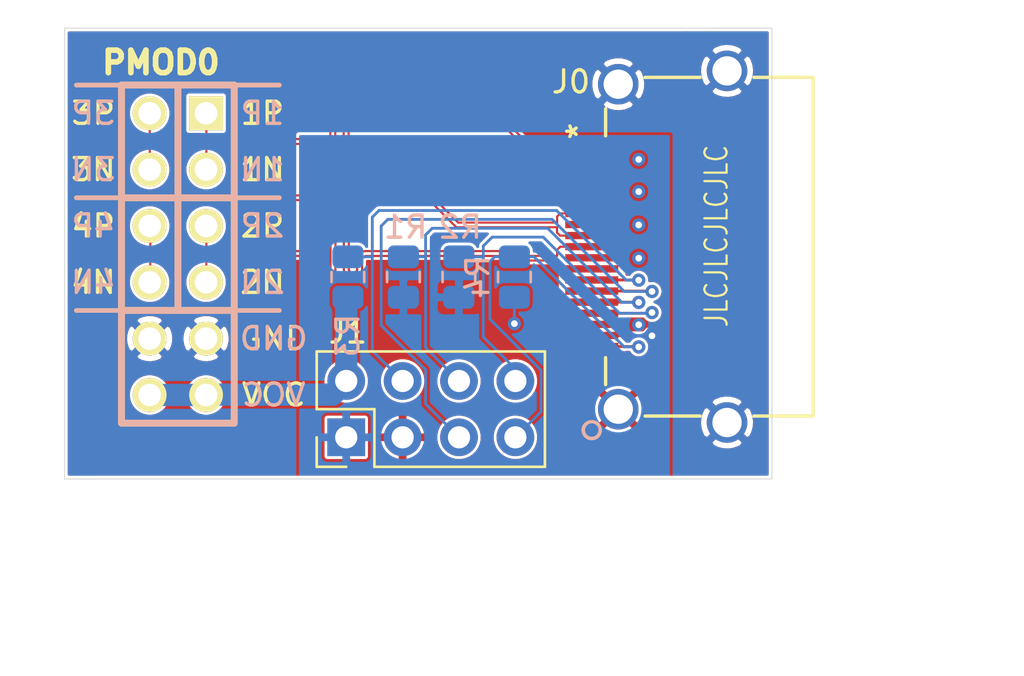
<source format=kicad_pcb>
(kicad_pcb (version 20171130) (host pcbnew 5.1.9)
  (layers (0 Front signal) (1 In1.Cu signal) (2 In2.Cu signal) (31 Back signal) (34 B.Paste user) (35 F.Paste user) (36 B.SilkS user) (37 F.SilkS user) (38 B.Mask user) (39 F.Mask user) (44 Edge.Cuts user))
  (net 0 "")
  (net 1 /TMDS_R+)
  (net 2 GND)
  (net 3 /TMDS_R-)
  (net 4 /TMDS_G+)
  (net 5 /TMDS_G-)
  (net 6 /TMDS_B+)
  (net 7 /TMDS_B-)
  (net 8 /TMDS_CLK+)
  (net 9 /TMDS_CLK-)
  (net 10 /CEC)
  (net 11 /HEAC+)
  (net 12 /SCL)
  (net 13 /SDA)
  (net 14 +5V)
  (net 15 /HEAC-)
  (net 16 +3V3)
  (module Connector_PinHeader_2.54mm:PinHeader_2x04_P2.54mm_Vertical (layer Front) (at 97.525 82.325 90)
    (fp_text reference J1 (at 4.75 0.075 180) (layer F.SilkS))
    (fp_text value Conn_02x04_Counter_Clockwise)
    (pad 1 thru_hole rect (at 0 0 90) (size 1.7 1.7) (drill 1) (layers *.Cu *.Mask) (net 14 +5V))
    (pad 2 thru_hole oval (at 2.54 0 90) (size 1.7 1.7) (drill 1) (layers *.Cu *.Mask) (net 16 +3V3))
    (pad 3 thru_hole oval (at 0 2.54 90) (size 1.7 1.7) (drill 1) (layers *.Cu *.Mask) (net 2 GND))
    (pad 4 thru_hole oval (at 2.54 2.54 90) (size 1.7 1.7) (drill 1) (layers *.Cu *.Mask) (net 10 /CEC))
    (pad 5 thru_hole oval (at 0 5.08 90) (size 1.7 1.7) (drill 1) (layers *.Cu *.Mask) (net 11 /HEAC+))
    (pad 6 thru_hole oval (at 2.54 5.08 90) (size 1.7 1.7) (drill 1) (layers *.Cu *.Mask) (net 12 /SCL))
    (pad 7 thru_hole oval (at 0 7.62 90) (size 1.7 1.7) (drill 1) (layers *.Cu *.Mask) (net 15 /HEAC-))
    (pad 8 thru_hole oval (at 2.54 7.62 90) (size 1.7 1.7) (drill 1) (layers *.Cu *.Mask) (net 13 /SDA))
  )
  (module PMOD:pmod_pin_array_6x2_hs (layer Front) (at 89.941001 74.066001)
    (fp_text reference PMOD0 (at -0.762 -8.636) (layer F.SilkS) (effects (font (size 1.016 1.016) (thickness 0.254))))
    (fp_text value PMOD-Device-x2-Type-XHS hide)
    (fp_text user GND (at 4.318 3.81) (layer F.SilkS))
    (fp_text user VCC (at 4.318 6.35) (layer F.SilkS))
    (fp_text user VCC (at 4.318 6.35) (layer B.SilkS) (effects (justify mirror)))
    (fp_text user GND (at 4.318 3.81) (layer B.SilkS) (effects (justify mirror)))
    (fp_text user 3P (at -3.81 -6.35) (layer B.SilkS) (effects (justify mirror)))
    (fp_text user 3N (at -3.81 -3.81) (layer F.SilkS))
    (fp_text user 3P (at -3.81 -6.35) (layer F.SilkS))
    (fp_text user 4P (at -3.81 -1.27) (layer F.SilkS))
    (fp_text user 4N (at -3.81 1.27) (layer F.SilkS))
    (fp_text user 1P (at 3.81 -6.35) (layer F.SilkS))
    (fp_text user 1N (at 3.81 -3.81) (layer F.SilkS))
    (fp_text user 2P (at 3.81 -1.27) (layer F.SilkS))
    (fp_text user 2N (at 3.81 1.27) (layer F.SilkS))
    (fp_text user 3N (at -3.81 -3.81) (layer B.SilkS) (effects (justify mirror)))
    (fp_text user 4P (at -3.81 -1.27) (layer B.SilkS) (effects (justify mirror)))
    (fp_text user 4N (at -3.81 1.27) (layer B.SilkS) (effects (justify mirror)))
    (fp_text user 1P (at 3.81 -6.35) (layer B.SilkS) (effects (justify mirror)))
    (fp_text user 1N (at 3.81 -3.81) (layer B.SilkS) (effects (justify mirror)))
    (fp_text user 2P (at 3.81 -1.27) (layer B.SilkS) (effects (justify mirror)))
    (fp_text user 2N (at 3.81 1.27) (layer B.SilkS) (effects (justify mirror)))
    (pad 12 thru_hole circle (at -1.27 6.35 270) (size 1.524 1.524) (drill 1.016) (layers *.Cu *.Mask F.SilkS) (net 16 +3V3))
    (pad 6 thru_hole circle (at 1.27 6.35 270) (size 1.524 1.524) (drill 1.016) (layers *.Cu *.Mask F.SilkS) (net 16 +3V3))
    (pad 11 thru_hole circle (at -1.27 3.81 270) (size 1.524 1.524) (drill 1.016) (layers *.Cu *.Mask F.SilkS) (net 2 GND))
    (pad 5 thru_hole circle (at 1.27 3.81 270) (size 1.524 1.524) (drill 1.016) (layers *.Cu *.Mask F.SilkS) (net 2 GND))
    (pad 10 thru_hole circle (at -1.27 1.27 270) (size 1.524 1.524) (drill 1.016) (layers *.Cu *.Mask F.SilkS) (net 3 /TMDS_R-))
    (pad 4 thru_hole circle (at 1.27 1.27 270) (size 1.524 1.524) (drill 1.016) (layers *.Cu *.Mask F.SilkS) (net 9 /TMDS_CLK-))
    (pad 9 thru_hole circle (at -1.27 -1.27 270) (size 1.524 1.524) (drill 1.016) (layers *.Cu *.Mask F.SilkS) (net 1 /TMDS_R+))
    (pad 3 thru_hole circle (at 1.27 -1.27 270) (size 1.524 1.524) (drill 1.016) (layers *.Cu *.Mask F.SilkS) (net 8 /TMDS_CLK+))
    (pad 8 thru_hole circle (at -1.27 -3.81 270) (size 1.524 1.524) (drill 1.016) (layers *.Cu *.Mask F.SilkS) (net 7 /TMDS_B-))
    (pad 2 thru_hole circle (at 1.27 -3.81 270) (size 1.524 1.524) (drill 1.016) (layers *.Cu *.Mask F.SilkS) (net 5 /TMDS_G-))
    (pad 7 thru_hole circle (at -1.27 -6.35 270) (size 1.524 1.524) (drill 1.016) (layers *.Cu *.Mask F.SilkS) (net 6 /TMDS_B+))
    (pad 1 thru_hole rect (at 1.27 -6.35) (size 1.524 1.524) (drill 1.016) (layers *.Cu *.Mask F.SilkS) (net 4 /TMDS_G+))
  )
  (module ultra_librarian:10029449-111RLF (layer Front) (at 108.585 78.232 90)
    (fp_text reference J0 (at 11.932 -0.935) (layer F.SilkS))
    (fp_text value HDMI_A_1.4 hide)
    (fp_text user * (at 9.707 -0.585 90) (layer F.SilkS))
    (pad SH thru_hole circle (at 11.82498 1.1938 90) (size 1.8288 1.8288) (drill 1.3208) (layers *.Cu *.Mask) (net 2 GND))
    (pad SH thru_hole circle (at -2.824978 1.1938 90) (size 1.8288 1.8288) (drill 1.3208) (layers *.Cu *.Mask) (net 2 GND))
    (pad SH thru_hole circle (at 12.425055 6.09379 90) (size 1.8288 1.8288) (drill 1.3208) (layers *.Cu *.Mask) (net 2 GND))
    (pad SH thru_hole circle (at -3.425053 6.09379 90) (size 1.8288 1.8288) (drill 1.3208) (layers *.Cu *.Mask) (net 2 GND))
    (pad 1 smd rect (at 9.000002 0 90) (size 0.3302 2.3876) (layers Front F.Paste F.Mask) (net 6 /TMDS_B+))
    (pad 2 smd rect (at 8.500001 0 90) (size 0.3302 2.3876) (layers Front F.Paste F.Mask) (net 2 GND))
    (pad 3 smd rect (at 8.000002 0 90) (size 0.3302 2.3876) (layers Front F.Paste F.Mask) (net 7 /TMDS_B-))
    (pad 4 smd rect (at 7.5 0 90) (size 0.3302 2.3876) (layers Front F.Paste F.Mask) (net 4 /TMDS_G+))
    (pad 5 smd rect (at 7.000001 0 90) (size 0.3302 2.3876) (layers Front F.Paste F.Mask) (net 2 GND))
    (pad 6 smd rect (at 6.500002 0 90) (size 0.3302 2.3876) (layers Front F.Paste F.Mask) (net 5 /TMDS_G-))
    (pad 7 smd rect (at 6.000001 0 90) (size 0.3302 2.3876) (layers Front F.Paste F.Mask) (net 1 /TMDS_R+))
    (pad 8 smd rect (at 5.500002 0 90) (size 0.3302 2.3876) (layers Front F.Paste F.Mask) (net 2 GND))
    (pad 9 smd rect (at 5 0 90) (size 0.3302 2.3876) (layers Front F.Paste F.Mask) (net 3 /TMDS_R-))
    (pad 10 smd rect (at 4.500001 0 90) (size 0.3302 2.3876) (layers Front F.Paste F.Mask) (net 8 /TMDS_CLK+))
    (pad 11 smd rect (at 4.000002 0 90) (size 0.3302 2.3876) (layers Front F.Paste F.Mask) (net 2 GND))
    (pad 12 smd rect (at 3.500001 0 90) (size 0.3302 2.3876) (layers Front F.Paste F.Mask) (net 9 /TMDS_CLK-))
    (pad 13 smd rect (at 3.000002 0 90) (size 0.3302 2.3876) (layers Front F.Paste F.Mask) (net 10 /CEC))
    (pad 14 smd rect (at 2.5 0 90) (size 0.3302 2.3876) (layers Front F.Paste F.Mask) (net 11 /HEAC+))
    (pad 15 smd rect (at 2.000001 0 90) (size 0.3302 2.3876) (layers Front F.Paste F.Mask) (net 12 /SCL))
    (pad 16 smd rect (at 1.500002 0 90) (size 0.3302 2.3876) (layers Front F.Paste F.Mask) (net 13 /SDA))
    (pad 17 smd rect (at 1.000001 0 90) (size 0.3302 2.3876) (layers Front F.Paste F.Mask) (net 2 GND))
    (pad 18 smd rect (at 0.500002 0 90) (size 0.3302 2.3876) (layers Front F.Paste F.Mask) (net 14 +5V))
    (pad 19 smd rect (at 0 0 90) (size 0.3302 2.3876) (layers Front F.Paste F.Mask) (net 15 /HEAC-))
  )
  (module Resistor_SMD:R_0805_2012Metric (layer Back) (at 100.1 75.1 90)
    (fp_text reference R1 (at 2.25 0.1 180) (layer B.SilkS) (effects (justify mirror)))
    (fp_text value 2k)
    (pad 2 smd roundrect (at 0.9125 0 90) (size 1.025 1.4) (layers Back B.Paste B.Mask) (roundrect_rratio 0.243902) (net 12 /SCL))
    (pad 1 smd roundrect (at -0.9125 0 90) (size 1.025 1.4) (layers Back B.Paste B.Mask) (roundrect_rratio 0.243902) (net 14 +5V))
  )
  (module Resistor_SMD:R_0805_2012Metric (layer Back) (at 102.6 75.1 90)
    (fp_text reference R2 (at 2.25 0.05 180) (layer B.SilkS) (effects (justify mirror)))
    (fp_text value 2k)
    (pad 2 smd roundrect (at 0.9125 0 90) (size 1.025 1.4) (layers Back B.Paste B.Mask) (roundrect_rratio 0.243902) (net 13 /SDA))
    (pad 1 smd roundrect (at -0.9125 0 90) (size 1.025 1.4) (layers Back B.Paste B.Mask) (roundrect_rratio 0.243902) (net 14 +5V))
  )
  (module Resistor_SMD:R_0805_2012Metric (layer Back) (at 97.6 75.1 90)
    (fp_text reference R3 (at -2.6375 0 90) (layer B.SilkS) (effects (justify mirror)))
    (fp_text value 2k)
    (pad 2 smd roundrect (at 0.9125 0 90) (size 1.025 1.4) (layers Back B.Paste B.Mask) (roundrect_rratio 0.243902) (net 10 /CEC))
    (pad 1 smd roundrect (at -0.9125 0 90) (size 1.025 1.4) (layers Back B.Paste B.Mask) (roundrect_rratio 0.243902) (net 16 +3V3))
  )
  (module Resistor_SMD:R_0805_2012Metric (layer Back) (at 105.1 75.1 270)
    (fp_text reference R4 (at 0 1.65 90) (layer B.SilkS) (effects (justify mirror)))
    (fp_text value 100k)
    (pad 2 smd roundrect (at 0.9125 0 270) (size 1.025 1.4) (layers Back B.Paste B.Mask) (roundrect_rratio 0.243902) (net 2 GND))
    (pad 1 smd roundrect (at -0.9125 0 270) (size 1.025 1.4) (layers Back B.Paste B.Mask) (roundrect_rratio 0.243902) (net 15 /HEAC-))
  )
  (gr_text JLCJLCJLCJLC (at 114.2 73.25 90) (layer F.SilkS) (effects (font (size 1 0.8) (thickness 0.1))))
  (gr_line (start 116.7 84.2) (end 84.836 84.201) (layer Edge.Cuts) (width 0.0381))
  (gr_line (start 116.7 63.88) (end 116.7 84.2) (layer Edge.Cuts) (width 0.0381))
  (gr_line (start 84.836 63.881) (end 116.7 63.88) (layer Edge.Cuts) (width 0.0381))
  (gr_line (start 84.836 84.201) (end 84.836 63.881) (layer Edge.Cuts) (width 0.0381))
  (segment (start 107.168001 72.231999) (end 107.553051 72.231999) (width 0.0955) (layer Front) (net 1))
  (segment (start 107.025 72.375) (end 107.168001 72.231999) (width 0.0955) (layer Front) (net 1))
  (segment (start 107.025 72.6451) (end 107.025 72.375) (width 0.0955) (layer Front) (net 1))
  (segment (start 101.343452 71.4201) (end 102.568452 72.6451) (width 0.0955) (layer Front) (net 1))
  (segment (start 88.7 73.928999) (end 89.572649 73.928999) (width 0.0955) (layer Front) (net 1))
  (segment (start 89.8451 73.656548) (end 89.8451 71.956548) (width 0.0955) (layer Front) (net 1))
  (segment (start 102.568452 72.6451) (end 107.025 72.6451) (width 0.0955) (layer Front) (net 1))
  (segment (start 90.381548 71.4201) (end 101.343452 71.4201) (width 0.0955) (layer Front) (net 1))
  (segment (start 89.572649 73.928999) (end 89.8451 73.656548) (width 0.0955) (layer Front) (net 1))
  (segment (start 88.7 72.766001) (end 88.7 73.928999) (width 0.0955) (layer Front) (net 1))
  (segment (start 89.8451 71.956548) (end 90.381548 71.4201) (width 0.0955) (layer Front) (net 1))
  (segment (start 109.65928 66.2875) (end 109.7788 66.40702) (width 0.127) (layer Back) (net 2))
  (via (at 110.7 77.25) (size 0.6) (drill 0.3) (layers Front Back) (net 2))
  (segment (start 108.585 77.231999) (end 110.681999 77.231999) (width 0.127) (layer Front) (net 2))
  (segment (start 110.681999 77.231999) (end 110.7 77.25) (width 0.127) (layer Front) (net 2))
  (via (at 110.7 74.25) (size 0.6) (drill 0.3) (layers Front Back) (net 2))
  (segment (start 108.585 74.231998) (end 110.681998 74.231998) (width 0.127) (layer Front) (net 2))
  (segment (start 110.681998 74.231998) (end 110.7 74.25) (width 0.127) (layer Front) (net 2))
  (via (at 110.7 72.75) (size 0.6) (drill 0.3) (layers Front Back) (net 2))
  (segment (start 108.585 72.731998) (end 110.681998 72.731998) (width 0.127) (layer Front) (net 2))
  (segment (start 110.681998 72.731998) (end 110.7 72.75) (width 0.127) (layer Front) (net 2))
  (via (at 110.7 71.25) (size 0.6) (drill 0.3) (layers Front Back) (net 2))
  (segment (start 108.585 71.231999) (end 110.681999 71.231999) (width 0.127) (layer Front) (net 2))
  (segment (start 110.681999 71.231999) (end 110.7 71.25) (width 0.127) (layer Front) (net 2))
  (via (at 110.7 69.8) (size 0.6) (drill 0.3) (layers Front Back) (net 2))
  (segment (start 108.585 69.731999) (end 110.631999 69.731999) (width 0.127) (layer Front) (net 2))
  (segment (start 110.631999 69.731999) (end 110.7 69.8) (width 0.127) (layer Front) (net 2))
  (via (at 105.1 77.2) (size 0.6) (drill 0.3) (layers Front Back) (net 2))
  (segment (start 105.1 76.0125) (end 105.1 77.2) (width 0.127) (layer Back) (net 2))
  (segment (start 108.585 77.231999) (end 106.831999 77.231999) (width 0.127) (layer Front) (net 2))
  (segment (start 102.481548 72.8549) (end 107.0201 72.8549) (width 0.0955) (layer Front) (net 3))
  (segment (start 101.256548 71.6299) (end 102.481548 72.8549) (width 0.0955) (layer Front) (net 3))
  (segment (start 107.0201 73.0951) (end 107.156999 73.231999) (width 0.0955) (layer Front) (net 3))
  (segment (start 90.468452 71.6299) (end 101.256548 71.6299) (width 0.0955) (layer Front) (net 3))
  (segment (start 88.7 74.15) (end 89.648352 74.15) (width 0.0955) (layer Front) (net 3))
  (segment (start 88.7 75.2952) (end 88.7 74.15) (width 0.0955) (layer Front) (net 3))
  (segment (start 107.156999 73.231999) (end 107.556999 73.231999) (width 0.0955) (layer Front) (net 3))
  (segment (start 89.648352 74.15) (end 90.0549 73.743452) (width 0.0955) (layer Front) (net 3))
  (segment (start 90.0549 73.743452) (end 90.0549 72.043452) (width 0.0955) (layer Front) (net 3))
  (segment (start 107.0201 72.8549) (end 107.0201 73.0951) (width 0.0955) (layer Front) (net 3))
  (segment (start 90.0549 72.043452) (end 90.468452 71.6299) (width 0.0955) (layer Front) (net 3))
  (segment (start 107.025 70.875) (end 107.168001 70.731999) (width 0.0955) (layer Front) (net 4))
  (segment (start 107.168001 70.731999) (end 107.553051 70.731999) (width 0.0955) (layer Front) (net 4))
  (segment (start 107.025 71.1451) (end 107.025 70.875) (width 0.0955) (layer Front) (net 4))
  (segment (start 96.703221 69.861285) (end 96.739152 69.838709) (width 0.0955) (layer Front) (net 4))
  (segment (start 98.39728 68.878999) (end 102.127351 68.878999) (width 0.0955) (layer Front) (net 4))
  (segment (start 97.631501 69.690552) (end 97.636252 69.732719) (width 0.0955) (layer Front) (net 4))
  (segment (start 97.73878 69.861285) (end 97.778833 69.8753) (width 0.0955) (layer Front) (net 4))
  (segment (start 97.244721 67.877946) (end 97.330787 67.887644) (width 0.0955) (layer Front) (net 4))
  (segment (start 97.593197 68.096909) (end 97.621803 68.17866) (width 0.0955) (layer Front) (net 4))
  (segment (start 96.502849 69.838709) (end 96.53878 69.861285) (width 0.0955) (layer Front) (net 4))
  (segment (start 97.547117 68.023573) (end 97.593197 68.096909) (width 0.0955) (layer Front) (net 4))
  (segment (start 97.330787 67.887644) (end 97.412538 67.91625) (width 0.0955) (layer Front) (net 4))
  (segment (start 104.398352 71.15) (end 107 71.15) (width 0.0955) (layer Front) (net 4))
  (segment (start 96.894884 68.023573) (end 96.956127 67.96233) (width 0.0955) (layer Front) (net 4))
  (segment (start 96.431501 69.690552) (end 96.436252 69.732719) (width 0.0955) (layer Front) (net 4))
  (segment (start 96.810501 68.264726) (end 96.820198 68.17866) (width 0.0955) (layer Front) (net 4))
  (segment (start 96.805749 69.732719) (end 96.810501 69.690552) (width 0.0955) (layer Front) (net 4))
  (segment (start 96.769158 69.808703) (end 96.791734 69.772772) (width 0.0955) (layer Front) (net 4))
  (segment (start 96.956127 67.96233) (end 97.029463 67.91625) (width 0.0955) (layer Front) (net 4))
  (segment (start 96.130787 68.888696) (end 96.212538 68.917302) (width 0.0955) (layer Front) (net 4))
  (segment (start 97.485874 67.96233) (end 97.547117 68.023573) (width 0.0955) (layer Front) (net 4))
  (segment (start 97.650267 69.772772) (end 97.672843 69.808703) (width 0.0955) (layer Front) (net 4))
  (segment (start 96.431501 69.265778) (end 96.431501 69.690552) (width 0.0955) (layer Front) (net 4))
  (segment (start 96.578833 69.8753) (end 96.621001 69.880052) (width 0.0955) (layer Front) (net 4))
  (segment (start 96.393197 69.097961) (end 96.421803 69.179712) (width 0.0955) (layer Front) (net 4))
  (segment (start 96.810501 69.690552) (end 96.810501 68.264726) (width 0.0955) (layer Front) (net 4))
  (segment (start 96.436252 69.732719) (end 96.450267 69.772772) (width 0.0955) (layer Front) (net 4))
  (segment (start 98.094884 69.024625) (end 98.156127 68.963382) (width 0.0955) (layer Front) (net 4))
  (segment (start 96.347117 69.024625) (end 96.393197 69.097961) (width 0.0955) (layer Front) (net 4))
  (segment (start 97.702849 69.838709) (end 97.73878 69.861285) (width 0.0955) (layer Front) (net 4))
  (segment (start 97.029463 67.91625) (end 97.111214 67.887644) (width 0.0955) (layer Front) (net 4))
  (segment (start 97.631501 68.264726) (end 97.631501 69.690552) (width 0.0955) (layer Front) (net 4))
  (segment (start 97.636252 69.732719) (end 97.650267 69.772772) (width 0.0955) (layer Front) (net 4))
  (segment (start 96.739152 69.838709) (end 96.769158 69.808703) (width 0.0955) (layer Front) (net 4))
  (segment (start 91.225 68.878999) (end 96.044721 68.878999) (width 0.0955) (layer Front) (net 4))
  (segment (start 97.111214 67.887644) (end 97.19728 67.877946) (width 0.0955) (layer Front) (net 4))
  (segment (start 96.212538 68.917302) (end 96.285874 68.963382) (width 0.0955) (layer Front) (net 4))
  (segment (start 97.672843 69.808703) (end 97.702849 69.838709) (width 0.0955) (layer Front) (net 4))
  (segment (start 96.421803 69.179712) (end 96.431501 69.265778) (width 0.0955) (layer Front) (net 4))
  (segment (start 91.225 67.716001) (end 91.225 68.878999) (width 0.0955) (layer Front) (net 4))
  (segment (start 96.472843 69.808703) (end 96.502849 69.838709) (width 0.0955) (layer Front) (net 4))
  (segment (start 97.412538 67.91625) (end 97.485874 67.96233) (width 0.0955) (layer Front) (net 4))
  (segment (start 96.820198 68.17866) (end 96.848804 68.096909) (width 0.0955) (layer Front) (net 4))
  (segment (start 98.156127 68.963382) (end 98.229463 68.917302) (width 0.0955) (layer Front) (net 4))
  (segment (start 96.621001 69.880052) (end 96.663168 69.8753) (width 0.0955) (layer Front) (net 4))
  (segment (start 97.621803 68.17866) (end 97.631501 68.264726) (width 0.0955) (layer Front) (net 4))
  (segment (start 97.778833 69.8753) (end 97.821001 69.880052) (width 0.0955) (layer Front) (net 4))
  (segment (start 97.19728 67.877946) (end 97.244721 67.877946) (width 0.0955) (layer Front) (net 4))
  (segment (start 96.663168 69.8753) (end 96.703221 69.861285) (width 0.0955) (layer Front) (net 4))
  (segment (start 96.791734 69.772772) (end 96.805749 69.732719) (width 0.0955) (layer Front) (net 4))
  (segment (start 97.863168 69.8753) (end 97.903221 69.861285) (width 0.0955) (layer Front) (net 4))
  (segment (start 98.020198 69.179712) (end 98.048804 69.097961) (width 0.0955) (layer Front) (net 4))
  (segment (start 97.903221 69.861285) (end 97.939152 69.838709) (width 0.0955) (layer Front) (net 4))
  (segment (start 97.939152 69.838709) (end 97.969158 69.808703) (width 0.0955) (layer Front) (net 4))
  (segment (start 96.044721 68.878999) (end 96.130787 68.888696) (width 0.0955) (layer Front) (net 4))
  (segment (start 96.285874 68.963382) (end 96.347117 69.024625) (width 0.0955) (layer Front) (net 4))
  (segment (start 97.969158 69.808703) (end 97.991734 69.772772) (width 0.0955) (layer Front) (net 4))
  (segment (start 98.005749 69.732719) (end 98.010501 69.690552) (width 0.0955) (layer Front) (net 4))
  (segment (start 102.127351 68.878999) (end 104.398352 71.15) (width 0.0955) (layer Front) (net 4))
  (segment (start 98.010501 69.690552) (end 98.010501 69.265778) (width 0.0955) (layer Front) (net 4))
  (segment (start 98.010501 69.265778) (end 98.020198 69.179712) (width 0.0955) (layer Front) (net 4))
  (segment (start 98.048804 69.097961) (end 98.094884 69.024625) (width 0.0955) (layer Front) (net 4))
  (segment (start 98.229463 68.917302) (end 98.311214 68.888696) (width 0.0955) (layer Front) (net 4))
  (segment (start 98.311214 68.888696) (end 98.39728 68.878999) (width 0.0955) (layer Front) (net 4))
  (segment (start 97.991734 69.772772) (end 98.005749 69.732719) (width 0.0955) (layer Front) (net 4))
  (segment (start 97.821001 69.880052) (end 97.863168 69.8753) (width 0.0955) (layer Front) (net 4))
  (segment (start 96.450267 69.772772) (end 96.472843 69.808703) (width 0.0955) (layer Front) (net 4))
  (segment (start 96.848804 68.096909) (end 96.894884 68.023573) (width 0.0955) (layer Front) (net 4))
  (segment (start 96.53878 69.861285) (end 96.578833 69.8753) (width 0.0955) (layer Front) (net 4))
  (segment (start 107.156999 71.731999) (end 107.556999 71.731999) (width 0.0955) (layer Front) (net 5))
  (segment (start 107.0201 71.5951) (end 107.156999 71.731999) (width 0.0955) (layer Front) (net 5))
  (segment (start 107.0201 71.3549) (end 107.0201 71.5951) (width 0.0955) (layer Front) (net 5))
  (segment (start 104.306548 71.3549) (end 107 71.3549) (width 0.0955) (layer Front) (net 5))
  (segment (start 102.051648 69.1) (end 104.306548 71.3549) (width 0.0955) (layer Front) (net 5))
  (segment (start 99.305128 69.1) (end 102.051648 69.1) (width 0.0955) (layer Front) (net 5))
  (segment (start 98.378833 69.10475) (end 98.421001 69.099999) (width 0.0955) (layer Front) (net 5))
  (segment (start 98.250267 69.207278) (end 98.272843 69.171347) (width 0.0955) (layer Front) (net 5))
  (segment (start 98.236252 69.247331) (end 98.250267 69.207278) (width 0.0955) (layer Front) (net 5))
  (segment (start 98.221803 69.800338) (end 98.231501 69.714272) (width 0.0955) (layer Front) (net 5))
  (segment (start 98.147117 69.955425) (end 98.193197 69.882089) (width 0.0955) (layer Front) (net 5))
  (segment (start 98.012538 70.062748) (end 98.085874 70.016668) (width 0.0955) (layer Front) (net 5))
  (segment (start 97.930787 70.091354) (end 98.012538 70.062748) (width 0.0955) (layer Front) (net 5))
  (segment (start 97.79728 70.101052) (end 97.844721 70.101052) (width 0.0955) (layer Front) (net 5))
  (segment (start 97.711214 70.091354) (end 97.79728 70.101052) (width 0.0955) (layer Front) (net 5))
  (segment (start 97.629463 70.062748) (end 97.711214 70.091354) (width 0.0955) (layer Front) (net 5))
  (segment (start 97.556127 70.016668) (end 97.629463 70.062748) (width 0.0955) (layer Front) (net 5))
  (segment (start 97.494884 69.955425) (end 97.556127 70.016668) (width 0.0955) (layer Front) (net 5))
  (segment (start 97.420198 69.800338) (end 97.448804 69.882089) (width 0.0955) (layer Front) (net 5))
  (segment (start 97.410501 69.714272) (end 97.420198 69.800338) (width 0.0955) (layer Front) (net 5))
  (segment (start 97.410501 68.288446) (end 97.410501 69.714272) (width 0.0955) (layer Front) (net 5))
  (segment (start 97.405749 68.246279) (end 97.410501 68.288446) (width 0.0955) (layer Front) (net 5))
  (segment (start 98.231501 69.289499) (end 98.236252 69.247331) (width 0.0955) (layer Front) (net 5))
  (segment (start 97.369158 68.170295) (end 97.391734 68.206226) (width 0.0955) (layer Front) (net 5))
  (segment (start 97.303221 68.117713) (end 97.339152 68.140289) (width 0.0955) (layer Front) (net 5))
  (segment (start 97.263168 68.103698) (end 97.303221 68.117713) (width 0.0955) (layer Front) (net 5))
  (segment (start 97.178833 68.103698) (end 97.221001 68.098946) (width 0.0955) (layer Front) (net 5))
  (segment (start 98.33878 69.118765) (end 98.378833 69.10475) (width 0.0955) (layer Front) (net 5))
  (segment (start 97.448804 69.882089) (end 97.494884 69.955425) (width 0.0955) (layer Front) (net 5))
  (segment (start 97.021803 69.800338) (end 97.031501 69.714272) (width 0.0955) (layer Front) (net 5))
  (segment (start 97.339152 68.140289) (end 97.369158 68.170295) (width 0.0955) (layer Front) (net 5))
  (segment (start 96.644721 70.101052) (end 96.730787 70.091354) (width 0.0955) (layer Front) (net 5))
  (segment (start 97.844721 70.101052) (end 97.930787 70.091354) (width 0.0955) (layer Front) (net 5))
  (segment (start 97.13878 68.117713) (end 97.178833 68.103698) (width 0.0955) (layer Front) (net 5))
  (segment (start 98.272843 69.171347) (end 98.302849 69.141341) (width 0.0955) (layer Front) (net 5))
  (segment (start 97.031501 68.288446) (end 97.036252 68.246279) (width 0.0955) (layer Front) (net 5))
  (segment (start 98.231501 69.714272) (end 98.231501 69.289499) (width 0.0955) (layer Front) (net 5))
  (segment (start 96.169158 69.171347) (end 96.191734 69.207278) (width 0.0955) (layer Front) (net 5))
  (segment (start 96.210501 69.289499) (end 96.210501 69.714272) (width 0.0955) (layer Front) (net 5))
  (segment (start 97.221001 68.098946) (end 97.263168 68.103698) (width 0.0955) (layer Front) (net 5))
  (segment (start 96.248804 69.882089) (end 96.294884 69.955425) (width 0.0955) (layer Front) (net 5))
  (segment (start 97.031501 69.714272) (end 97.031501 68.288446) (width 0.0955) (layer Front) (net 5))
  (segment (start 96.356127 70.016668) (end 96.429463 70.062748) (width 0.0955) (layer Front) (net 5))
  (segment (start 96.511214 70.091354) (end 96.59728 70.101052) (width 0.0955) (layer Front) (net 5))
  (segment (start 98.302849 69.141341) (end 98.33878 69.118765) (width 0.0955) (layer Front) (net 5))
  (segment (start 96.063168 69.10475) (end 96.103221 69.118765) (width 0.0955) (layer Front) (net 5))
  (segment (start 97.102849 68.140289) (end 97.13878 68.117713) (width 0.0955) (layer Front) (net 5))
  (segment (start 98.421001 69.099999) (end 99.305128 69.1) (width 0.0955) (layer Front) (net 5))
  (segment (start 97.072843 68.170295) (end 97.102849 68.140289) (width 0.0955) (layer Front) (net 5))
  (segment (start 98.085874 70.016668) (end 98.147117 69.955425) (width 0.0955) (layer Front) (net 5))
  (segment (start 96.103221 69.118765) (end 96.139152 69.141341) (width 0.0955) (layer Front) (net 5))
  (segment (start 96.220198 69.800338) (end 96.248804 69.882089) (width 0.0955) (layer Front) (net 5))
  (segment (start 96.730787 70.091354) (end 96.812538 70.062748) (width 0.0955) (layer Front) (net 5))
  (segment (start 91.225 70.2452) (end 91.225 69.1) (width 0.0955) (layer Front) (net 5))
  (segment (start 96.021001 69.099999) (end 96.063168 69.10475) (width 0.0955) (layer Front) (net 5))
  (segment (start 96.139152 69.141341) (end 96.169158 69.171347) (width 0.0955) (layer Front) (net 5))
  (segment (start 96.191734 69.207278) (end 96.205749 69.247331) (width 0.0955) (layer Front) (net 5))
  (segment (start 96.205749 69.247331) (end 96.210501 69.289499) (width 0.0955) (layer Front) (net 5))
  (segment (start 96.294884 69.955425) (end 96.356127 70.016668) (width 0.0955) (layer Front) (net 5))
  (segment (start 96.210501 69.714272) (end 96.220198 69.800338) (width 0.0955) (layer Front) (net 5))
  (segment (start 91.225 69.1) (end 96.021001 69.099999) (width 0.0955) (layer Front) (net 5))
  (segment (start 96.429463 70.062748) (end 96.511214 70.091354) (width 0.0955) (layer Front) (net 5))
  (segment (start 98.193197 69.882089) (end 98.221803 69.800338) (width 0.0955) (layer Front) (net 5))
  (segment (start 96.59728 70.101052) (end 96.644721 70.101052) (width 0.0955) (layer Front) (net 5))
  (segment (start 96.812538 70.062748) (end 96.885874 70.016668) (width 0.0955) (layer Front) (net 5))
  (segment (start 97.391734 68.206226) (end 97.405749 68.246279) (width 0.0955) (layer Front) (net 5))
  (segment (start 96.885874 70.016668) (end 96.947117 69.955425) (width 0.0955) (layer Front) (net 5))
  (segment (start 96.993197 69.882089) (end 97.021803 69.800338) (width 0.0955) (layer Front) (net 5))
  (segment (start 96.947117 69.955425) (end 96.993197 69.882089) (width 0.0955) (layer Front) (net 5))
  (segment (start 97.036252 68.246279) (end 97.050267 68.206226) (width 0.0955) (layer Front) (net 5))
  (segment (start 97.050267 68.206226) (end 97.072843 68.170295) (width 0.0955) (layer Front) (net 5))
  (segment (start 107.025 69.375) (end 107.168001 69.231999) (width 0.0955) (layer Front) (net 6))
  (segment (start 107.168001 69.231999) (end 107.553051 69.231999) (width 0.0955) (layer Front) (net 6))
  (segment (start 107.025 69.6451) (end 107.025 69.375) (width 0.0955) (layer Front) (net 6))
  (segment (start 88.675 68.878999) (end 88.675 67.716001) (width 0.0955) (layer Front) (net 6))
  (segment (start 88.675 68.878999) (end 89.547649 68.878999) (width 0.0955) (layer Front) (net 6))
  (segment (start 97.466356 65.749425) (end 97.526681 65.80975) (width 0.0955) (layer Front) (net 6))
  (segment (start 96.482495 67.031449) (end 96.519383 67.054627) (width 0.0955) (layer Front) (net 6))
  (segment (start 97.394119 65.704036) (end 97.466356 65.749425) (width 0.0955) (layer Front) (net 6))
  (segment (start 97.313594 65.675859) (end 97.394119 65.704036) (width 0.0955) (layer Front) (net 6))
  (segment (start 97.228817 65.666306) (end 97.313594 65.675859) (width 0.0955) (layer Front) (net 6))
  (segment (start 97.096205 65.675859) (end 97.180982 65.666306) (width 0.0955) (layer Front) (net 6))
  (segment (start 97.57207 65.881987) (end 97.600247 65.962512) (width 0.0955) (layer Front) (net 6))
  (segment (start 106.273352 69.65) (end 107 69.65) (width 0.0955) (layer Front) (net 6))
  (segment (start 97.01568 65.704036) (end 97.096205 65.675859) (width 0.0955) (layer Front) (net 6))
  (segment (start 96.943443 65.749425) (end 97.01568 65.704036) (width 0.0955) (layer Front) (net 6))
  (segment (start 96.8 66.047289) (end 96.809552 65.962512) (width 0.0955) (layer Front) (net 6))
  (segment (start 96.809552 65.962512) (end 96.837729 65.881987) (width 0.0955) (layer Front) (net 6))
  (segment (start 96.6049 67.073894) (end 96.64819 67.069016) (width 0.0955) (layer Front) (net 6))
  (segment (start 96.8 66.475) (end 96.8 66.047289) (width 0.0955) (layer Front) (net 6))
  (segment (start 97.180982 65.666306) (end 97.228817 65.666306) (width 0.0955) (layer Front) (net 6))
  (segment (start 97.6098 66.175553) (end 97.614677 66.218844) (width 0.0955) (layer Front) (net 6))
  (segment (start 96.399694 66.666305) (end 96.409247 66.751082) (width 0.0955) (layer Front) (net 6))
  (segment (start 96.78018 66.963757) (end 96.794569 66.922637) (width 0.0955) (layer Front) (net 6))
  (segment (start 96.371517 66.58578) (end 96.399694 66.666305) (width 0.0955) (layer Front) (net 6))
  (segment (start 96.326128 66.513543) (end 96.371517 66.58578) (width 0.0955) (layer Front) (net 6))
  (segment (start 96.265803 66.453218) (end 96.326128 66.513543) (width 0.0955) (layer Front) (net 6))
  (segment (start 96.799447 66.475) (end 96.8 66.475) (width 0.0955) (layer Front) (net 6))
  (segment (start 96.193566 66.407829) (end 96.265803 66.453218) (width 0.0955) (layer Front) (net 6))
  (segment (start 89.8451 66.906548) (end 90.381548 66.3701) (width 0.0955) (layer Front) (net 6))
  (segment (start 96.428513 66.963757) (end 96.451691 67.000645) (width 0.0955) (layer Front) (net 6))
  (segment (start 96.414124 66.922637) (end 96.428513 66.963757) (width 0.0955) (layer Front) (net 6))
  (segment (start 96.519383 67.054627) (end 96.560503 67.069016) (width 0.0955) (layer Front) (net 6))
  (segment (start 97.629066 66.259964) (end 97.652244 66.296852) (width 0.0955) (layer Front) (net 6))
  (segment (start 96.757002 67.000645) (end 96.78018 66.963757) (width 0.0955) (layer Front) (net 6))
  (segment (start 96.409247 66.879347) (end 96.414124 66.922637) (width 0.0955) (layer Front) (net 6))
  (segment (start 89.572649 68.878999) (end 89.8451 68.606548) (width 0.0955) (layer Front) (net 6))
  (segment (start 90.381548 66.3701) (end 96.028264 66.3701) (width 0.0955) (layer Front) (net 6))
  (segment (start 97.526681 65.80975) (end 97.57207 65.881987) (width 0.0955) (layer Front) (net 6))
  (segment (start 96.409247 66.751082) (end 96.409247 66.879347) (width 0.0955) (layer Front) (net 6))
  (segment (start 96.68931 67.054627) (end 96.726198 67.031449) (width 0.0955) (layer Front) (net 6))
  (segment (start 96.028264 66.3701) (end 96.113041 66.379652) (width 0.0955) (layer Front) (net 6))
  (segment (start 96.883118 65.80975) (end 96.943443 65.749425) (width 0.0955) (layer Front) (net 6))
  (segment (start 96.794569 66.922637) (end 96.799447 66.879347) (width 0.0955) (layer Front) (net 6))
  (segment (start 96.451691 67.000645) (end 96.482495 67.031449) (width 0.0955) (layer Front) (net 6))
  (segment (start 97.600247 65.962512) (end 97.6098 66.047289) (width 0.0955) (layer Front) (net 6))
  (segment (start 96.113041 66.379652) (end 96.193566 66.407829) (width 0.0955) (layer Front) (net 6))
  (segment (start 96.603794 67.073894) (end 96.6049 67.073894) (width 0.0955) (layer Front) (net 6))
  (segment (start 96.64819 67.069016) (end 96.68931 67.054627) (width 0.0955) (layer Front) (net 6))
  (segment (start 97.614677 66.218844) (end 97.629066 66.259964) (width 0.0955) (layer Front) (net 6))
  (segment (start 97.652244 66.296852) (end 97.683048 66.327656) (width 0.0955) (layer Front) (net 6))
  (segment (start 96.837729 65.881987) (end 96.883118 65.80975) (width 0.0955) (layer Front) (net 6))
  (segment (start 97.719936 66.350834) (end 97.761056 66.365223) (width 0.0955) (layer Front) (net 6))
  (segment (start 97.761056 66.365223) (end 97.804347 66.3701) (width 0.0955) (layer Front) (net 6))
  (segment (start 97.804347 66.3701) (end 102.993452 66.3701) (width 0.0955) (layer Front) (net 6))
  (segment (start 102.993452 66.3701) (end 106.273352 69.65) (width 0.0955) (layer Front) (net 6))
  (segment (start 96.726198 67.031449) (end 96.757002 67.000645) (width 0.0955) (layer Front) (net 6))
  (segment (start 96.799447 66.879347) (end 96.799447 66.475) (width 0.0955) (layer Front) (net 6))
  (segment (start 89.8451 68.606548) (end 89.8451 66.906548) (width 0.0955) (layer Front) (net 6))
  (segment (start 97.683048 66.327656) (end 97.719936 66.350834) (width 0.0955) (layer Front) (net 6))
  (segment (start 96.560503 67.069016) (end 96.603794 67.073894) (width 0.0955) (layer Front) (net 6))
  (segment (start 97.6098 66.047289) (end 97.6098 66.175553) (width 0.0955) (layer Front) (net 6))
  (segment (start 107.156999 70.231999) (end 107.556999 70.231999) (width 0.0955) (layer Front) (net 7))
  (segment (start 107.0201 70.0951) (end 107.156999 70.231999) (width 0.0955) (layer Front) (net 7))
  (segment (start 107.0201 69.8549) (end 107.0201 70.0951) (width 0.0955) (layer Front) (net 7))
  (segment (start 88.675 69.1) (end 88.675 70.2452) (width 0.0955) (layer Front) (net 7))
  (segment (start 88.675 69.1) (end 89.623352 69.1) (width 0.0955) (layer Front) (net 7))
  (segment (start 106.181548 69.8549) (end 107 69.8549) (width 0.0955) (layer Front) (net 7))
  (segment (start 102.906548 66.5799) (end 106.181548 69.8549) (width 0.0955) (layer Front) (net 7))
  (segment (start 97.696205 66.570348) (end 97.780982 66.5799) (width 0.0955) (layer Front) (net 7))
  (segment (start 97.61568 66.542171) (end 97.696205 66.570348) (width 0.0955) (layer Front) (net 7))
  (segment (start 97.543443 66.496782) (end 97.61568 66.542171) (width 0.0955) (layer Front) (net 7))
  (segment (start 97.483118 66.436457) (end 97.543443 66.496782) (width 0.0955) (layer Front) (net 7))
  (segment (start 97.437729 66.36422) (end 97.483118 66.436457) (width 0.0955) (layer Front) (net 7))
  (segment (start 97.409552 66.283695) (end 97.437729 66.36422) (width 0.0955) (layer Front) (net 7))
  (segment (start 97.380733 65.986243) (end 97.395122 66.027363) (width 0.0955) (layer Front) (net 7))
  (segment (start 97.326751 65.918551) (end 97.357555 65.949355) (width 0.0955) (layer Front) (net 7))
  (segment (start 96.282565 67.14025) (end 96.34289 67.200575) (width 0.0955) (layer Front) (net 7))
  (segment (start 96.580429 67.283694) (end 96.628264 67.283694) (width 0.0955) (layer Front) (net 7))
  (segment (start 97.204347 65.876106) (end 97.205453 65.876106) (width 0.0955) (layer Front) (net 7))
  (segment (start 97.4 66.198918) (end 97.409552 66.283695) (width 0.0955) (layer Front) (net 7))
  (segment (start 97.395122 66.027363) (end 97.4 66.070653) (width 0.0955) (layer Front) (net 7))
  (segment (start 96.126198 66.622344) (end 96.157002 66.653148) (width 0.0955) (layer Front) (net 7))
  (segment (start 97.205453 65.876106) (end 97.248743 65.880984) (width 0.0955) (layer Front) (net 7))
  (segment (start 96.971517 67.068013) (end 96.999694 66.987488) (width 0.0955) (layer Front) (net 7))
  (segment (start 96.04819 66.584777) (end 96.08931 66.599166) (width 0.0955) (layer Front) (net 7))
  (segment (start 96.628264 67.283694) (end 96.713041 67.274141) (width 0.0955) (layer Front) (net 7))
  (segment (start 89.648352 69.1) (end 90.0549 68.693452) (width 0.0955) (layer Front) (net 7))
  (segment (start 96.208999 66.987488) (end 96.237176 67.068013) (width 0.0955) (layer Front) (net 7))
  (segment (start 90.0549 68.693452) (end 90.0549 66.993452) (width 0.0955) (layer Front) (net 7))
  (segment (start 90.0549 66.993452) (end 90.468452 66.5799) (width 0.0955) (layer Front) (net 7))
  (segment (start 96.793566 67.245964) (end 96.865803 67.200575) (width 0.0955) (layer Front) (net 7))
  (segment (start 97.780982 66.5799) (end 102.906548 66.5799) (width 0.0955) (layer Front) (net 7))
  (segment (start 90.468452 66.5799) (end 96.0049 66.5799) (width 0.0955) (layer Front) (net 7))
  (segment (start 97.357555 65.949355) (end 97.380733 65.986243) (width 0.0955) (layer Front) (net 7))
  (segment (start 96.0049 66.5799) (end 96.04819 66.584777) (width 0.0955) (layer Front) (net 7))
  (segment (start 96.08931 66.599166) (end 96.126198 66.622344) (width 0.0955) (layer Front) (net 7))
  (segment (start 96.157002 66.653148) (end 96.18018 66.690036) (width 0.0955) (layer Front) (net 7))
  (segment (start 97.161056 65.880984) (end 97.204347 65.876106) (width 0.0955) (layer Front) (net 7))
  (segment (start 96.18018 66.690036) (end 96.194569 66.731156) (width 0.0955) (layer Front) (net 7))
  (segment (start 96.194569 66.731156) (end 96.199447 66.774447) (width 0.0955) (layer Front) (net 7))
  (segment (start 97.4 66.070653) (end 97.4 66.198918) (width 0.0955) (layer Front) (net 7))
  (segment (start 96.199447 66.774447) (end 96.199447 66.902711) (width 0.0955) (layer Front) (net 7))
  (segment (start 96.199447 66.902711) (end 96.208999 66.987488) (width 0.0955) (layer Front) (net 7))
  (segment (start 96.237176 67.068013) (end 96.282565 67.14025) (width 0.0955) (layer Front) (net 7))
  (segment (start 97.009247 66.902711) (end 97.009247 66.475) (width 0.0955) (layer Front) (net 7))
  (segment (start 97.0098 66.475) (end 97.0098 66.070653) (width 0.0955) (layer Front) (net 7))
  (segment (start 96.34289 67.200575) (end 96.415127 67.245964) (width 0.0955) (layer Front) (net 7))
  (segment (start 96.415127 67.245964) (end 96.495652 67.274141) (width 0.0955) (layer Front) (net 7))
  (segment (start 96.865803 67.200575) (end 96.926128 67.14025) (width 0.0955) (layer Front) (net 7))
  (segment (start 96.495652 67.274141) (end 96.580429 67.283694) (width 0.0955) (layer Front) (net 7))
  (segment (start 96.713041 67.274141) (end 96.793566 67.245964) (width 0.0955) (layer Front) (net 7))
  (segment (start 96.926128 67.14025) (end 96.971517 67.068013) (width 0.0955) (layer Front) (net 7))
  (segment (start 96.999694 66.987488) (end 97.009247 66.902711) (width 0.0955) (layer Front) (net 7))
  (segment (start 97.009247 66.475) (end 97.0098 66.475) (width 0.0955) (layer Front) (net 7))
  (segment (start 97.0098 66.070653) (end 97.014677 66.027363) (width 0.0955) (layer Front) (net 7))
  (segment (start 97.014677 66.027363) (end 97.029066 65.986243) (width 0.0955) (layer Front) (net 7))
  (segment (start 97.029066 65.986243) (end 97.052244 65.949355) (width 0.0955) (layer Front) (net 7))
  (segment (start 97.083048 65.918551) (end 97.119936 65.895373) (width 0.0955) (layer Front) (net 7))
  (segment (start 97.052244 65.949355) (end 97.083048 65.918551) (width 0.0955) (layer Front) (net 7))
  (segment (start 97.119936 65.895373) (end 97.161056 65.880984) (width 0.0955) (layer Front) (net 7))
  (segment (start 97.248743 65.880984) (end 97.289863 65.895373) (width 0.0955) (layer Front) (net 7))
  (segment (start 97.289863 65.895373) (end 97.326751 65.918551) (width 0.0955) (layer Front) (net 7))
  (segment (start 97.710847 74.883507) (end 97.746778 74.906083) (width 0.0955) (layer Front) (net 8))
  (segment (start 97.911219 74.906083) (end 97.94715 74.883507) (width 0.0955) (layer Front) (net 8))
  (segment (start 97.658265 74.81757) (end 97.680841 74.853501) (width 0.0955) (layer Front) (net 8))
  (segment (start 97.64425 74.777517) (end 97.658265 74.81757) (width 0.0955) (layer Front) (net 8))
  (segment (start 97.037461 72.971452) (end 97.119212 72.942846) (width 0.0955) (layer Front) (net 8))
  (segment (start 97.338785 72.942846) (end 97.420536 72.971452) (width 0.0955) (layer Front) (net 8))
  (segment (start 97.119212 72.942846) (end 97.205278 72.933148) (width 0.0955) (layer Front) (net 8))
  (segment (start 96.964125 73.017532) (end 97.037461 72.971452) (width 0.0955) (layer Front) (net 8))
  (segment (start 98.102882 74.074625) (end 98.164125 74.013382) (width 0.0955) (layer Front) (net 8))
  (segment (start 105.793452 74.1451) (end 107.025 74.1451) (width 0.0955) (layer Front) (net 8))
  (segment (start 96.856802 73.152111) (end 96.902882 73.078775) (width 0.0955) (layer Front) (net 8))
  (segment (start 96.628999 74.92485) (end 96.671166 74.920098) (width 0.0955) (layer Front) (net 8))
  (segment (start 98.237461 73.967302) (end 98.319212 73.938696) (width 0.0955) (layer Front) (net 8))
  (segment (start 97.639499 73.319928) (end 97.639499 74.73535) (width 0.0955) (layer Front) (net 8))
  (segment (start 97.420536 72.971452) (end 97.493872 73.017532) (width 0.0955) (layer Front) (net 8))
  (segment (start 97.205278 72.933148) (end 97.252719 72.933148) (width 0.0955) (layer Front) (net 8))
  (segment (start 96.44425 74.777517) (end 96.458265 74.81757) (width 0.0955) (layer Front) (net 8))
  (segment (start 96.510847 74.883507) (end 96.546778 74.906083) (width 0.0955) (layer Front) (net 8))
  (segment (start 96.138785 73.938696) (end 96.220536 73.967302) (width 0.0955) (layer Front) (net 8))
  (segment (start 97.601195 73.152111) (end 97.629801 73.233862) (width 0.0955) (layer Front) (net 8))
  (segment (start 96.439499 74.315778) (end 96.439499 74.73535) (width 0.0955) (layer Front) (net 8))
  (segment (start 96.818499 74.73535) (end 96.818499 73.319928) (width 0.0955) (layer Front) (net 8))
  (segment (start 96.429801 74.229712) (end 96.439499 74.315778) (width 0.0955) (layer Front) (net 8))
  (segment (start 91.225 72.766001) (end 91.225 73.928999) (width 0.0955) (layer Front) (net 8))
  (segment (start 97.977156 74.853501) (end 97.999732 74.81757) (width 0.0955) (layer Front) (net 8))
  (segment (start 96.74715 74.883507) (end 96.777156 74.853501) (width 0.0955) (layer Front) (net 8))
  (segment (start 96.293872 74.013382) (end 96.355115 74.074625) (width 0.0955) (layer Front) (net 8))
  (segment (start 97.746778 74.906083) (end 97.786831 74.920098) (width 0.0955) (layer Front) (net 8))
  (segment (start 96.458265 74.81757) (end 96.480841 74.853501) (width 0.0955) (layer Front) (net 8))
  (segment (start 97.493872 73.017532) (end 97.555115 73.078775) (width 0.0955) (layer Front) (net 8))
  (segment (start 98.018499 74.73535) (end 98.018499 74.315778) (width 0.0955) (layer Front) (net 8))
  (segment (start 96.799732 74.81757) (end 96.813747 74.777517) (width 0.0955) (layer Front) (net 8))
  (segment (start 91.225 73.928999) (end 96.052719 73.928999) (width 0.0955) (layer Front) (net 8))
  (segment (start 96.220536 73.967302) (end 96.293872 74.013382) (width 0.0955) (layer Front) (net 8))
  (segment (start 96.480841 74.853501) (end 96.510847 74.883507) (width 0.0955) (layer Front) (net 8))
  (segment (start 96.052719 73.928999) (end 96.138785 73.938696) (width 0.0955) (layer Front) (net 8))
  (segment (start 96.546778 74.906083) (end 96.586831 74.920098) (width 0.0955) (layer Front) (net 8))
  (segment (start 97.555115 73.078775) (end 97.601195 73.152111) (width 0.0955) (layer Front) (net 8))
  (segment (start 96.355115 74.074625) (end 96.401195 74.147961) (width 0.0955) (layer Front) (net 8))
  (segment (start 96.586831 74.920098) (end 96.628999 74.92485) (width 0.0955) (layer Front) (net 8))
  (segment (start 96.401195 74.147961) (end 96.429801 74.229712) (width 0.0955) (layer Front) (net 8))
  (segment (start 96.711219 74.906083) (end 96.74715 74.883507) (width 0.0955) (layer Front) (net 8))
  (segment (start 98.319212 73.938696) (end 98.405278 73.928999) (width 0.0955) (layer Front) (net 8))
  (segment (start 98.013747 74.777517) (end 98.018499 74.73535) (width 0.0955) (layer Front) (net 8))
  (segment (start 96.813747 74.777517) (end 96.818499 74.73535) (width 0.0955) (layer Front) (net 8))
  (segment (start 97.252719 72.933148) (end 97.338785 72.942846) (width 0.0955) (layer Front) (net 8))
  (segment (start 96.439499 74.73535) (end 96.44425 74.777517) (width 0.0955) (layer Front) (net 8))
  (segment (start 97.639499 74.73535) (end 97.64425 74.777517) (width 0.0955) (layer Front) (net 8))
  (segment (start 97.786831 74.920098) (end 97.828999 74.92485) (width 0.0955) (layer Front) (net 8))
  (segment (start 97.629801 73.233862) (end 97.639499 73.319928) (width 0.0955) (layer Front) (net 8))
  (segment (start 97.828999 74.92485) (end 97.871166 74.920098) (width 0.0955) (layer Front) (net 8))
  (segment (start 107.025 73.875) (end 107.168001 73.731999) (width 0.0955) (layer Front) (net 8))
  (segment (start 97.871166 74.920098) (end 97.911219 74.906083) (width 0.0955) (layer Front) (net 8))
  (segment (start 97.94715 74.883507) (end 97.977156 74.853501) (width 0.0955) (layer Front) (net 8))
  (segment (start 97.999732 74.81757) (end 98.013747 74.777517) (width 0.0955) (layer Front) (net 8))
  (segment (start 98.018499 74.315778) (end 98.028196 74.229712) (width 0.0955) (layer Front) (net 8))
  (segment (start 96.818499 73.319928) (end 96.828196 73.233862) (width 0.0955) (layer Front) (net 8))
  (segment (start 98.028196 74.229712) (end 98.056802 74.147961) (width 0.0955) (layer Front) (net 8))
  (segment (start 98.056802 74.147961) (end 98.102882 74.074625) (width 0.0955) (layer Front) (net 8))
  (segment (start 96.777156 74.853501) (end 96.799732 74.81757) (width 0.0955) (layer Front) (net 8))
  (segment (start 107.025 74.1451) (end 107.025 73.875) (width 0.0955) (layer Front) (net 8))
  (segment (start 97.680841 74.853501) (end 97.710847 74.883507) (width 0.0955) (layer Front) (net 8))
  (segment (start 98.164125 74.013382) (end 98.237461 73.967302) (width 0.0955) (layer Front) (net 8))
  (segment (start 96.671166 74.920098) (end 96.711219 74.906083) (width 0.0955) (layer Front) (net 8))
  (segment (start 105.577351 73.928999) (end 105.793452 74.1451) (width 0.0955) (layer Front) (net 8))
  (segment (start 107.168001 73.731999) (end 107.553051 73.731999) (width 0.0955) (layer Front) (net 8))
  (segment (start 96.828196 73.233862) (end 96.856802 73.152111) (width 0.0955) (layer Front) (net 8))
  (segment (start 98.405278 73.928999) (end 105.577351 73.928999) (width 0.0955) (layer Front) (net 8))
  (segment (start 96.902882 73.078775) (end 96.964125 73.017532) (width 0.0955) (layer Front) (net 8))
  (segment (start 107.0201 74.5951) (end 107.156999 74.731999) (width 0.0955) (layer Front) (net 9))
  (segment (start 105.706548 74.3549) (end 107.0201 74.3549) (width 0.0955) (layer Front) (net 9))
  (segment (start 105.501648 74.15) (end 105.706548 74.3549) (width 0.0955) (layer Front) (net 9))
  (segment (start 98.386831 74.15475) (end 98.428999 74.149999) (width 0.0955) (layer Front) (net 9))
  (segment (start 98.346778 74.168765) (end 98.386831 74.15475) (width 0.0955) (layer Front) (net 9))
  (segment (start 98.310847 74.191341) (end 98.346778 74.168765) (width 0.0955) (layer Front) (net 9))
  (segment (start 98.258265 74.257278) (end 98.280841 74.221347) (width 0.0955) (layer Front) (net 9))
  (segment (start 98.239499 74.339499) (end 98.24425 74.297331) (width 0.0955) (layer Front) (net 9))
  (segment (start 98.201195 74.926887) (end 98.229801 74.845136) (width 0.0955) (layer Front) (net 9))
  (segment (start 98.093872 75.061466) (end 98.155115 75.000223) (width 0.0955) (layer Front) (net 9))
  (segment (start 98.020536 75.107546) (end 98.093872 75.061466) (width 0.0955) (layer Front) (net 9))
  (segment (start 97.938785 75.136152) (end 98.020536 75.107546) (width 0.0955) (layer Front) (net 9))
  (segment (start 97.852719 75.14585) (end 97.938785 75.136152) (width 0.0955) (layer Front) (net 9))
  (segment (start 97.637461 75.107546) (end 97.719212 75.136152) (width 0.0955) (layer Front) (net 9))
  (segment (start 97.564125 75.061466) (end 97.637461 75.107546) (width 0.0955) (layer Front) (net 9))
  (segment (start 97.502882 75.000223) (end 97.564125 75.061466) (width 0.0955) (layer Front) (net 9))
  (segment (start 99.555443 74.15) (end 105.501648 74.15) (width 0.0955) (layer Front) (net 9))
  (segment (start 97.456802 74.926887) (end 97.502882 75.000223) (width 0.0955) (layer Front) (net 9))
  (segment (start 97.271166 73.1589) (end 97.311219 73.172915) (width 0.0955) (layer Front) (net 9))
  (segment (start 97.186831 73.1589) (end 97.228999 73.154148) (width 0.0955) (layer Front) (net 9))
  (segment (start 97.110847 73.195491) (end 97.146778 73.172915) (width 0.0955) (layer Front) (net 9))
  (segment (start 97.080841 73.225497) (end 97.110847 73.195491) (width 0.0955) (layer Front) (net 9))
  (segment (start 96.028999 74.149999) (end 96.071166 74.15475) (width 0.0955) (layer Front) (net 9))
  (segment (start 97.228999 73.154148) (end 97.271166 73.1589) (width 0.0955) (layer Front) (net 9))
  (segment (start 97.418499 74.75907) (end 97.428196 74.845136) (width 0.0955) (layer Front) (net 9))
  (segment (start 97.34715 73.195491) (end 97.377156 73.225497) (width 0.0955) (layer Front) (net 9))
  (segment (start 97.399732 73.261428) (end 97.413747 73.301481) (width 0.0955) (layer Front) (net 9))
  (segment (start 98.24425 74.297331) (end 98.258265 74.257278) (width 0.0955) (layer Front) (net 9))
  (segment (start 97.428196 74.845136) (end 97.456802 74.926887) (width 0.0955) (layer Front) (net 9))
  (segment (start 97.413747 73.301481) (end 97.418499 73.343648) (width 0.0955) (layer Front) (net 9))
  (segment (start 98.280841 74.221347) (end 98.310847 74.191341) (width 0.0955) (layer Front) (net 9))
  (segment (start 97.001195 74.926887) (end 97.029801 74.845136) (width 0.0955) (layer Front) (net 9))
  (segment (start 96.14715 74.191341) (end 96.177156 74.221347) (width 0.0955) (layer Front) (net 9))
  (segment (start 98.155115 75.000223) (end 98.201195 74.926887) (width 0.0955) (layer Front) (net 9))
  (segment (start 97.805278 75.14585) (end 97.852719 75.14585) (width 0.0955) (layer Front) (net 9))
  (segment (start 96.302882 75.000223) (end 96.364125 75.061466) (width 0.0955) (layer Front) (net 9))
  (segment (start 97.039499 73.343648) (end 97.04425 73.301481) (width 0.0955) (layer Front) (net 9))
  (segment (start 98.239499 74.75907) (end 98.239499 74.339499) (width 0.0955) (layer Front) (net 9))
  (segment (start 97.058265 73.261428) (end 97.080841 73.225497) (width 0.0955) (layer Front) (net 9))
  (segment (start 97.377156 73.225497) (end 97.399732 73.261428) (width 0.0955) (layer Front) (net 9))
  (segment (start 96.256802 74.926887) (end 96.302882 75.000223) (width 0.0955) (layer Front) (net 9))
  (segment (start 96.071166 74.15475) (end 96.111219 74.168765) (width 0.0955) (layer Front) (net 9))
  (segment (start 107.0201 74.3549) (end 107.0201 74.5951) (width 0.0955) (layer Front) (net 9))
  (segment (start 97.418499 73.343648) (end 97.418499 74.75907) (width 0.0955) (layer Front) (net 9))
  (segment (start 98.428999 74.149999) (end 99.555443 74.15) (width 0.0955) (layer Front) (net 9))
  (segment (start 96.437461 75.107546) (end 96.519212 75.136152) (width 0.0955) (layer Front) (net 9))
  (segment (start 96.111219 74.168765) (end 96.14715 74.191341) (width 0.0955) (layer Front) (net 9))
  (segment (start 97.719212 75.136152) (end 97.805278 75.14585) (width 0.0955) (layer Front) (net 9))
  (segment (start 96.199732 74.257278) (end 96.213747 74.297331) (width 0.0955) (layer Front) (net 9))
  (segment (start 97.311219 73.172915) (end 97.34715 73.195491) (width 0.0955) (layer Front) (net 9))
  (segment (start 91.225 75.2952) (end 91.225 74.15) (width 0.0955) (layer Front) (net 9))
  (segment (start 96.519212 75.136152) (end 96.605278 75.14585) (width 0.0955) (layer Front) (net 9))
  (segment (start 91.225 74.15) (end 96.028999 74.149999) (width 0.0955) (layer Front) (net 9))
  (segment (start 96.177156 74.221347) (end 96.199732 74.257278) (width 0.0955) (layer Front) (net 9))
  (segment (start 96.213747 74.297331) (end 96.218499 74.339499) (width 0.0955) (layer Front) (net 9))
  (segment (start 107.156999 74.731999) (end 107.556999 74.731999) (width 0.0955) (layer Front) (net 9))
  (segment (start 96.218499 74.339499) (end 96.218499 74.75907) (width 0.0955) (layer Front) (net 9))
  (segment (start 96.228196 74.845136) (end 96.256802 74.926887) (width 0.0955) (layer Front) (net 9))
  (segment (start 97.146778 73.172915) (end 97.186831 73.1589) (width 0.0955) (layer Front) (net 9))
  (segment (start 96.364125 75.061466) (end 96.437461 75.107546) (width 0.0955) (layer Front) (net 9))
  (segment (start 96.605278 75.14585) (end 96.652719 75.14585) (width 0.0955) (layer Front) (net 9))
  (segment (start 96.652719 75.14585) (end 96.738785 75.136152) (width 0.0955) (layer Front) (net 9))
  (segment (start 96.738785 75.136152) (end 96.820536 75.107546) (width 0.0955) (layer Front) (net 9))
  (segment (start 96.820536 75.107546) (end 96.893872 75.061466) (width 0.0955) (layer Front) (net 9))
  (segment (start 96.955115 75.000223) (end 97.001195 74.926887) (width 0.0955) (layer Front) (net 9))
  (segment (start 97.029801 74.845136) (end 97.039499 74.75907) (width 0.0955) (layer Front) (net 9))
  (segment (start 96.893872 75.061466) (end 96.955115 75.000223) (width 0.0955) (layer Front) (net 9))
  (segment (start 96.218499 74.75907) (end 96.228196 74.845136) (width 0.0955) (layer Front) (net 9))
  (segment (start 97.039499 74.75907) (end 97.039499 73.343648) (width 0.0955) (layer Front) (net 9))
  (segment (start 98.229801 74.845136) (end 98.239499 74.75907) (width 0.0955) (layer Front) (net 9))
  (segment (start 97.04425 73.301481) (end 97.058265 73.261428) (width 0.0955) (layer Front) (net 9))
  (via (at 110.7 75.2415) (size 0.6) (drill 0.3) (layers Front Back) (net 10))
  (segment (start 108.585 75.231998) (end 110.690498 75.231998) (width 0.127) (layer Front) (net 10))
  (segment (start 110.690498 75.231998) (end 110.7 75.2415) (width 0.127) (layer Front) (net 10))
  (segment (start 100.065 79.785) (end 98.7 78.42) (width 0.127) (layer Back) (net 10))
  (segment (start 97.6 74.1875) (end 98.6875 74.1875) (width 0.127) (layer Back) (net 10))
  (segment (start 98.7 78.42) (end 98.7 74.2) (width 0.127) (layer Back) (net 10))
  (segment (start 98.6875 74.1875) (end 98.7 74.2) (width 0.127) (layer Back) (net 10))
  (segment (start 110.1415 75.2415) (end 110.7 75.2415) (width 0.127) (layer Back) (net 10))
  (segment (start 107 72.1) (end 110.1415 75.2415) (width 0.127) (layer Back) (net 10))
  (segment (start 98.7 74.2) (end 98.7 72.4) (width 0.127) (layer Back) (net 10))
  (segment (start 99 72.1) (end 107 72.1) (width 0.127) (layer Back) (net 10))
  (segment (start 98.7 72.4) (end 99 72.1) (width 0.127) (layer Back) (net 10))
  (segment (start 104.535 79.785) (end 105.145 79.785) (width 0.127) (layer Back) (net 13))
  (via (at 111.3 75.75) (size 0.6) (drill 0.3) (layers Front Back) (net 11))
  (segment (start 108.585 75.732) (end 111.282 75.732) (width 0.127) (layer Front) (net 11))
  (segment (start 111.282 75.732) (end 111.3 75.75) (width 0.127) (layer Front) (net 11))
  (segment (start 106.8 72.5) (end 110.05 75.75) (width 0.127) (layer Back) (net 11))
  (segment (start 99.4 72.5) (end 106.8 72.5) (width 0.127) (layer Back) (net 11))
  (segment (start 99.1 77.280058) (end 99.1 72.8) (width 0.127) (layer Back) (net 11))
  (segment (start 101.1 80.82) (end 101.1 80.289942) (width 0.127) (layer Back) (net 11))
  (segment (start 102.605 82.325) (end 101.1 80.82) (width 0.127) (layer Back) (net 11))
  (segment (start 110.05 75.75) (end 111.3 75.75) (width 0.127) (layer Back) (net 11))
  (segment (start 99.1 72.8) (end 99.4 72.5) (width 0.127) (layer Back) (net 11))
  (segment (start 101.105501 80.284441) (end 101.105501 79.285559) (width 0.127) (layer Back) (net 11))
  (segment (start 101.1 80.289942) (end 101.105501 80.284441) (width 0.127) (layer Back) (net 11))
  (segment (start 101.105501 79.285559) (end 99.1 77.280058) (width 0.127) (layer Back) (net 11))
  (segment (start 110.690511 76.231999) (end 110.7 76.241488) (width 0.127) (layer Front) (net 12))
  (segment (start 108.585 76.231999) (end 110.690511 76.231999) (width 0.127) (layer Front) (net 12))
  (via (at 110.7 76.241488) (size 0.6) (drill 0.3) (layers Front Back) (net 12))
  (segment (start 108.603002 76.75) (end 108.585 76.731998) (width 0.127) (layer Front) (net 13))
  (via (at 111.3 76.7) (size 0.6) (drill 0.3) (layers Front Back) (net 13))
  (segment (start 111.268002 76.731998) (end 111.3 76.7) (width 0.127) (layer Front) (net 13))
  (segment (start 108.585 76.731998) (end 111.268002 76.731998) (width 0.127) (layer Front) (net 13))
  (segment (start 102.3 79.48) (end 102.605 79.785) (width 0.127) (layer Back) (net 12))
  (via (at 111.3 77.75) (size 0.6) (drill 0.3) (layers Front Back) (net 14))
  (segment (start 111.290501 77.740501) (end 111.3 77.75) (width 0.127) (layer Front) (net 14))
  (segment (start 108.585 77.731998) (end 108.593503 77.740501) (width 0.127) (layer Front) (net 14))
  (segment (start 108.593503 77.740501) (end 111.290501 77.740501) (width 0.127) (layer Front) (net 14))
  (via (at 110.7 78.25) (size 0.6) (drill 0.3) (layers Front Back) (net 15))
  (segment (start 108.585 78.232) (end 110.682 78.232) (width 0.127) (layer Front) (net 15))
  (segment (start 110.682 78.232) (end 110.7 78.25) (width 0.127) (layer Front) (net 15))
  (segment (start 100.1 74.1875) (end 101.0875 74.1875) (width 0.127) (layer Back) (net 12))
  (segment (start 109.941488 76.241488) (end 110.7 76.241488) (width 0.127) (layer Back) (net 12))
  (segment (start 101.1 78.28) (end 101.1 73.2) (width 0.127) (layer Back) (net 12))
  (segment (start 102.605 79.785) (end 101.1 78.28) (width 0.127) (layer Back) (net 12))
  (segment (start 101.4 72.9) (end 106.6 72.9) (width 0.127) (layer Back) (net 12))
  (segment (start 101.1 73.2) (end 101.4 72.9) (width 0.127) (layer Back) (net 12))
  (segment (start 106.6 72.9) (end 109.941488 76.241488) (width 0.127) (layer Back) (net 12))
  (segment (start 104.685 79.785) (end 105.145 79.785) (width 0.127) (layer Back) (net 13))
  (segment (start 103.6875 74.1875) (end 103.7 74.2) (width 0.127) (layer Back) (net 13))
  (segment (start 102.6 74.1875) (end 103.6875 74.1875) (width 0.127) (layer Back) (net 13))
  (segment (start 103.7 77.8) (end 103.7 77.159224) (width 0.127) (layer Back) (net 13))
  (segment (start 105.145 79.785) (end 105.145 79.245) (width 0.127) (layer Back) (net 13))
  (segment (start 103.7 77.159224) (end 103.7 74.2) (width 0.127) (layer Back) (net 13))
  (segment (start 105.145 79.245) (end 103.7 77.8) (width 0.127) (layer Back) (net 13))
  (segment (start 103.7 73.7) (end 104.1 73.3) (width 0.127) (layer Back) (net 13))
  (segment (start 103.7 74.2) (end 103.7 73.7) (width 0.127) (layer Back) (net 13))
  (segment (start 111.268011 76.731989) (end 111.3 76.7) (width 0.127) (layer Back) (net 13))
  (segment (start 106.4 73.3) (end 109.831989 76.731989) (width 0.127) (layer Back) (net 13))
  (segment (start 104.1 73.3) (end 106.4 73.3) (width 0.127) (layer Back) (net 13))
  (segment (start 109.831989 76.731989) (end 111.268011 76.731989) (width 0.127) (layer Back) (net 13))
  (segment (start 106.3 81.17) (end 105.145 82.325) (width 0.127) (layer Back) (net 15))
  (segment (start 105.2 74.1875) (end 104.2125 74.1875) (width 0.127) (layer Back) (net 15))
  (segment (start 104 74.4) (end 104 77) (width 0.127) (layer Back) (net 15))
  (segment (start 106.3 79.3) (end 106.3 81.17) (width 0.127) (layer Back) (net 15))
  (segment (start 104.2125 74.1875) (end 104 74.4) (width 0.127) (layer Back) (net 15))
  (segment (start 104 77) (end 106.3 79.3) (width 0.127) (layer Back) (net 15))
  (segment (start 110.05 78.25) (end 110.7 78.25) (width 0.127) (layer Back) (net 15))
  (segment (start 105.1 74.1875) (end 105.9875 74.1875) (width 0.127) (layer Back) (net 15))
  (segment (start 105.9875 74.1875) (end 110.05 78.25) (width 0.127) (layer Back) (net 15))
  (segment (start 97.525 76.0875) (end 97.6 76.0125) (width 1) (layer Back) (net 16))
  (segment (start 97.525 79.785) (end 97.525 76.0875) (width 1) (layer Back) (net 16))
  (segment (start 88.671001 80.416001) (end 91.211001 80.416001) (width 1) (layer Back) (net 16))
  (segment (start 91.227002 80.4) (end 91.211001 80.416001) (width 1) (layer Back) (net 16))
  (segment (start 97.525 79.785) (end 96.91 80.4) (width 1) (layer Back) (net 16))
  (segment (start 96.91 80.4) (end 91.227002 80.4) (width 1) (layer Back) (net 16))
  (zone (net 2) (net_name GND) (layer Back) (connect_pads (clearance 0.127)) (min_thickness 0.127) (fill yes (arc_segments 32) (thermal_gap 0.254) (thermal_bridge_width 0.35))
    (polygon (pts (xy 117.15 84.85) (xy 84.3 84.85) (xy 84.3 63.5) (xy 117.15 63.5)))
  )
  (zone (net 14) (net_name +5V) (layer Back) (priority 1) (connect_pads (clearance 0.127)) (min_thickness 0.127) (fill yes (arc_segments 32) (thermal_gap 0.254) (thermal_bridge_width 0.35))
    (polygon (pts (xy 112.1 85.5) (xy 95.4 85.5) (xy 95.4 68.7) (xy 112.1 68.7)))
  )
  (zone (net 2) (net_name GND) (layer Front) (connect_pads (clearance 0.127)) (min_thickness 0.127) (fill yes (arc_segments 32) (thermal_gap 0.254) (thermal_bridge_width 0.35))
    (polygon (pts (xy 117.15 84.85) (xy 84.3 84.85) (xy 84.3 63.5) (xy 117.15 63.5)))
    (polygon (pts (xy 107.1 68.8) (xy 107.1 78.7) (xy 110.1 78.7) (xy 110.1 68.8)))
  )
)
</source>
